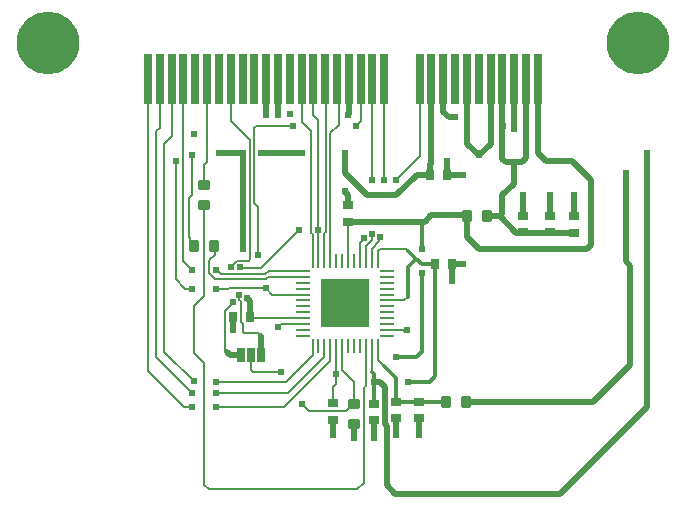
<source format=gtl>
G04*
G04 #@! TF.GenerationSoftware,Altium Limited,Altium Designer,22.7.1 (60)*
G04*
G04 Layer_Physical_Order=1*
G04 Layer_Color=255*
%FSLAX25Y25*%
%MOIN*%
G70*
G04*
G04 #@! TF.SameCoordinates,6B1A839A-61CB-4D6D-ABE2-456D9947CFF6*
G04*
G04*
G04 #@! TF.FilePolarity,Positive*
G04*
G01*
G75*
%ADD16C,0.00800*%
%ADD17C,0.01200*%
G04:AMPARAMS|DCode=19|XSize=39.37mil|YSize=35.43mil|CornerRadius=4.43mil|HoleSize=0mil|Usage=FLASHONLY|Rotation=270.000|XOffset=0mil|YOffset=0mil|HoleType=Round|Shape=RoundedRectangle|*
%AMROUNDEDRECTD19*
21,1,0.03937,0.02657,0,0,270.0*
21,1,0.03051,0.03543,0,0,270.0*
1,1,0.00886,-0.01329,-0.01526*
1,1,0.00886,-0.01329,0.01526*
1,1,0.00886,0.01329,0.01526*
1,1,0.00886,0.01329,-0.01526*
%
%ADD19ROUNDEDRECTD19*%
%ADD20R,0.02500X0.05000*%
%ADD21O,0.00984X0.04724*%
G04:AMPARAMS|DCode=22|XSize=39.37mil|YSize=35.43mil|CornerRadius=4.43mil|HoleSize=0mil|Usage=FLASHONLY|Rotation=0.000|XOffset=0mil|YOffset=0mil|HoleType=Round|Shape=RoundedRectangle|*
%AMROUNDEDRECTD22*
21,1,0.03937,0.02657,0,0,0.0*
21,1,0.03051,0.03543,0,0,0.0*
1,1,0.00886,0.01526,-0.01329*
1,1,0.00886,-0.01526,-0.01329*
1,1,0.00886,-0.01526,0.01329*
1,1,0.00886,0.01526,0.01329*
%
%ADD22ROUNDEDRECTD22*%
%ADD23O,0.04724X0.00984*%
%ADD24R,0.16142X0.16142*%
%ADD25R,0.03740X0.02953*%
%ADD26R,0.02953X0.03740*%
%ADD41C,0.02400*%
%ADD43R,0.02756X0.16535*%
%ADD44R,0.02756X0.16535*%
%ADD45C,0.00600*%
%ADD46C,0.02000*%
%ADD47C,0.20866*%
%ADD48C,0.01400*%
D16*
X379000Y306017D02*
Y336141D01*
X380526Y335175D01*
X375499Y287001D02*
Y302516D01*
X379000Y306017D01*
X375499Y287001D02*
X379000Y283500D01*
X387900Y315609D02*
X390047Y317757D01*
X387900Y315457D02*
Y315609D01*
X390047Y317757D02*
X393987D01*
X417142Y317575D02*
Y364646D01*
X394456Y318225D02*
Y336209D01*
X393987Y317757D02*
X394456Y318225D01*
X395415Y280500D02*
X404752D01*
X394677Y281238D02*
X395415Y280500D01*
X379000Y243000D02*
Y283500D01*
X419504Y327251D02*
Y378340D01*
X419110Y326857D02*
X419504Y327251D01*
X414700Y327047D02*
Y360922D01*
X419110Y317575D02*
Y326857D01*
X414700Y327047D02*
X415173Y326574D01*
Y317575D02*
Y326574D01*
X411516Y364106D02*
X414700Y360922D01*
X394611Y286163D02*
X394677Y286097D01*
Y281238D02*
Y286097D01*
X394256Y336409D02*
Y357880D01*
Y336409D02*
X394456Y336209D01*
X387894Y364243D02*
X394256Y357880D01*
X387894Y364243D02*
Y378454D01*
X428953Y269847D02*
Y277301D01*
X425016Y281238D02*
X428953Y277301D01*
X425016Y281238D02*
Y289425D01*
X394677Y298579D02*
X411925D01*
X440075Y304484D02*
X445819D01*
X447000Y305665D01*
X423047Y279918D02*
Y289425D01*
Y276547D02*
Y279918D01*
X380020Y350520D02*
Y378454D01*
X379000Y349500D02*
X380020Y350520D01*
X435138Y344772D02*
Y378454D01*
X439000Y344772D02*
Y378380D01*
X439075Y378454D01*
X450886Y352657D02*
Y378454D01*
X443000Y344772D02*
X450886Y352657D01*
X364272Y362089D02*
Y378454D01*
X363000Y360817D02*
X364272Y362089D01*
X363000Y285500D02*
Y360817D01*
X365772Y356720D02*
X368209Y359157D01*
Y378454D01*
X365772Y287228D02*
Y356720D01*
Y287228D02*
X375500Y277500D01*
X363000Y285500D02*
X375000Y273500D01*
X360335Y281084D02*
X372418Y269000D01*
X360335Y281084D02*
Y378454D01*
X369500Y311721D02*
Y350847D01*
Y311721D02*
X372800Y308421D01*
X375000D01*
X372146Y317492D02*
Y378454D01*
Y317492D02*
X375138Y314500D01*
X379000Y243000D02*
X380500Y241500D01*
X411516Y364106D02*
Y378454D01*
X415453Y366335D02*
Y378454D01*
Y366335D02*
X417142Y364646D01*
X419390Y378454D02*
X419504Y378340D01*
X421079Y360244D02*
X423835Y363000D01*
X421079Y317575D02*
Y360244D01*
X423835Y363000D02*
Y377946D01*
X423327Y378454D02*
X423835Y377946D01*
X379000Y342834D02*
Y349500D01*
X372418Y269000D02*
X375000D01*
X380500Y241500D02*
X430000D01*
X432278Y243778D01*
Y275500D01*
X432890Y276112D02*
Y289425D01*
X432278Y275500D02*
X432890Y276112D01*
X436827Y284673D02*
Y289425D01*
Y284673D02*
X439000Y282500D01*
X434858Y280780D02*
Y289425D01*
Y280780D02*
X435138Y280500D01*
X445598Y294402D02*
X446260D01*
X445358Y294642D02*
X445598Y294402D01*
X446260D02*
X446500Y294642D01*
X440075D02*
X445358D01*
X404752Y296610D02*
X411925D01*
X403642Y295500D02*
X404752Y296610D01*
X422000Y270256D02*
Y275500D01*
X423047Y276547D01*
X436827Y317575D02*
Y320827D01*
X437500Y321500D02*
X446500D01*
X436827Y320827D02*
X437500Y321500D01*
X426984Y317575D02*
Y330728D01*
X446500Y321500D02*
X447000Y321000D01*
X426984Y330728D02*
X427000Y330744D01*
D17*
X449772Y318228D02*
X451500Y316500D01*
X447000Y321000D02*
X449772Y318228D01*
X447000Y305665D02*
Y315457D01*
X449772Y318228D01*
X451500Y287228D02*
Y313500D01*
X456004Y279138D02*
Y316500D01*
X454166Y277301D02*
X456004Y279138D01*
X449772Y285500D02*
X451500Y287228D01*
Y321500D02*
Y330130D01*
X450886Y330744D02*
X451500Y330130D01*
X443000Y285500D02*
X449772D01*
X435719Y277301D02*
Y279918D01*
Y269973D02*
Y277301D01*
X447000D02*
X454166D01*
X450500Y270756D02*
X459654D01*
X443000D02*
X450500D01*
X439000Y282500D02*
X443000Y278500D01*
Y270756D02*
Y278500D01*
X435138Y280500D02*
X435719Y279918D01*
X451500Y316500D02*
X456004D01*
D19*
X375654Y322669D02*
D03*
X382347D02*
D03*
X466347Y270756D02*
D03*
X459654D02*
D03*
X466653Y332500D02*
D03*
X473347D02*
D03*
D20*
X391368Y286163D02*
D03*
X394611D02*
D03*
X397856D02*
D03*
D21*
X425016Y289425D02*
D03*
X436827Y317575D02*
D03*
X434858D02*
D03*
X432890D02*
D03*
X430921D02*
D03*
X428953D02*
D03*
X426984D02*
D03*
X425016D02*
D03*
X423047D02*
D03*
X421079D02*
D03*
X419110D02*
D03*
X417142D02*
D03*
X415173D02*
D03*
Y289425D02*
D03*
X417142D02*
D03*
X419110D02*
D03*
X421079D02*
D03*
X423047D02*
D03*
X426984D02*
D03*
X428953D02*
D03*
X430921D02*
D03*
X432890D02*
D03*
X434858D02*
D03*
X436827D02*
D03*
D22*
X428953Y269847D02*
D03*
X379000Y342834D02*
D03*
Y336141D02*
D03*
X428953Y263154D02*
D03*
D23*
X440075Y292673D02*
D03*
Y294642D02*
D03*
Y296610D02*
D03*
Y298579D02*
D03*
Y300547D02*
D03*
Y302516D02*
D03*
Y304484D02*
D03*
Y306453D02*
D03*
Y308421D02*
D03*
Y310390D02*
D03*
Y312358D02*
D03*
Y314327D02*
D03*
X411925D02*
D03*
Y312358D02*
D03*
Y310390D02*
D03*
Y308421D02*
D03*
Y306453D02*
D03*
Y304484D02*
D03*
Y302516D02*
D03*
Y300547D02*
D03*
Y298579D02*
D03*
Y296610D02*
D03*
Y294642D02*
D03*
Y292673D02*
D03*
D24*
X426000Y303500D02*
D03*
D25*
X502319Y332500D02*
D03*
Y326988D02*
D03*
X494319Y332756D02*
D03*
Y327244D02*
D03*
X485319Y332756D02*
D03*
Y327244D02*
D03*
X450500Y265244D02*
D03*
Y270756D02*
D03*
X443000Y265244D02*
D03*
Y270756D02*
D03*
X427000Y330744D02*
D03*
Y336256D02*
D03*
X422000Y270256D02*
D03*
Y264744D02*
D03*
X435719Y264462D02*
D03*
Y269973D02*
D03*
D26*
X454365Y346296D02*
D03*
X459877D02*
D03*
X461516Y316500D02*
D03*
X456004D02*
D03*
X388744Y299000D02*
D03*
X394256D02*
D03*
D41*
X375000Y352815D02*
D03*
X383000Y308421D02*
D03*
Y314500D02*
D03*
X419504Y309996D02*
D03*
X423835D02*
D03*
X428165D02*
D03*
X432496D02*
D03*
X419504Y305665D02*
D03*
X423835D02*
D03*
X428165D02*
D03*
X432496D02*
D03*
X419504Y301335D02*
D03*
X423835D02*
D03*
X428165D02*
D03*
X432496D02*
D03*
X419504Y297004D02*
D03*
X423835D02*
D03*
X428165D02*
D03*
X432496D02*
D03*
X461516Y311000D02*
D03*
X459877Y350847D02*
D03*
X443000Y259500D02*
D03*
X435719Y258500D02*
D03*
X428953Y258488D02*
D03*
X422000Y259500D02*
D03*
X482304Y361500D02*
D03*
X450500Y259500D02*
D03*
X478500Y362500D02*
D03*
X427000Y366335D02*
D03*
X454823Y356000D02*
D03*
X526500Y353744D02*
D03*
X470571Y352815D02*
D03*
X408500Y362508D02*
D03*
X411516Y353744D02*
D03*
X443000Y285500D02*
D03*
X426000Y353744D02*
D03*
X429500Y362500D02*
D03*
X375000Y308421D02*
D03*
X403642Y366335D02*
D03*
X443000Y344772D02*
D03*
X399500Y366335D02*
D03*
X451500Y321500D02*
D03*
X407500Y366500D02*
D03*
X369500Y350847D02*
D03*
X435138Y344772D02*
D03*
X439000D02*
D03*
X375499Y360000D02*
D03*
X432278Y325168D02*
D03*
X435719Y277301D02*
D03*
X403642Y295500D02*
D03*
X446500Y294642D02*
D03*
X375138Y314500D02*
D03*
X462500Y365500D02*
D03*
X502319Y339500D02*
D03*
X465362Y346296D02*
D03*
X447000Y277301D02*
D03*
X494319Y339500D02*
D03*
X383000Y277301D02*
D03*
X465362Y316500D02*
D03*
X451500Y313500D02*
D03*
X375000Y269000D02*
D03*
X375500Y277500D02*
D03*
X399500Y308500D02*
D03*
X392156Y321500D02*
D03*
X383000Y273500D02*
D03*
Y268862D02*
D03*
X423047Y279918D02*
D03*
X397856Y353744D02*
D03*
X391956D02*
D03*
X383957D02*
D03*
X519500Y346859D02*
D03*
X426000Y341000D02*
D03*
X437820Y325635D02*
D03*
X434934Y326766D02*
D03*
X485319Y339500D02*
D03*
X375000Y273500D02*
D03*
X388744Y294642D02*
D03*
X393374Y305291D02*
D03*
X396910Y319522D02*
D03*
X387900Y315457D02*
D03*
X391000D02*
D03*
X390500Y306453D02*
D03*
X410500Y328000D02*
D03*
X388720Y303915D02*
D03*
X417000Y328000D02*
D03*
X404752Y280500D02*
D03*
X411516Y269847D02*
D03*
D43*
X387894Y378454D02*
D03*
X380020D02*
D03*
X399705D02*
D03*
X372146D02*
D03*
X391831D02*
D03*
X383957D02*
D03*
X376083D02*
D03*
X368209D02*
D03*
X395768D02*
D03*
X411516D02*
D03*
X407579D02*
D03*
X403642D02*
D03*
X360335D02*
D03*
X490256D02*
D03*
X486319D02*
D03*
X458760D02*
D03*
X470571D02*
D03*
X482382D02*
D03*
X462697D02*
D03*
X478445D02*
D03*
X474508D02*
D03*
X466634D02*
D03*
X454823D02*
D03*
X450886D02*
D03*
X435138D02*
D03*
X415453D02*
D03*
X431201D02*
D03*
X423327D02*
D03*
X427264D02*
D03*
X439075D02*
D03*
D44*
X364272D02*
D03*
X419390D02*
D03*
D45*
X374000Y338481D02*
X375000Y339481D01*
X374000Y325635D02*
Y338481D01*
X375000Y339481D02*
Y352815D01*
X374000Y325635D02*
X374270Y325365D01*
Y324052D02*
X375654Y322669D01*
X374270Y324052D02*
Y325365D01*
X382504Y319522D02*
Y322511D01*
X382347Y322669D02*
X382504Y322511D01*
X380800Y317818D02*
X382504Y319522D01*
X380800Y313589D02*
Y317818D01*
X380968Y313257D02*
Y313420D01*
X380800Y313589D02*
X380968Y313420D01*
Y313257D02*
X382504Y311721D01*
X399765D01*
X400402Y312358D02*
X411925D01*
X399765Y311721D02*
X400402Y312358D01*
X386966Y308421D02*
X387198Y308653D01*
X383000Y308421D02*
X386966D01*
X383483Y314500D02*
X384727Y313257D01*
X399462D01*
X383000Y314500D02*
X383483D01*
X391082Y315375D02*
X397875D01*
X410500Y328000D01*
X396910Y319522D02*
Y335735D01*
X391000Y315457D02*
X391082Y315375D01*
X390800Y304754D02*
Y306153D01*
X390500Y306453D02*
X390800Y306153D01*
X400532Y314327D02*
X411925D01*
X399462Y313257D02*
X400532Y314327D01*
X388720Y303774D02*
Y303915D01*
X387198Y308653D02*
X392857D01*
X386000Y301055D02*
X388720Y303774D01*
X393009Y308500D02*
X399500D01*
X392857Y308653D02*
X393009Y308500D01*
X390800Y304754D02*
X391220Y304334D01*
Y297275D02*
Y304334D01*
Y297275D02*
X391831Y296665D01*
Y293851D02*
X392182Y293500D01*
X397029D01*
X391831Y293851D02*
Y296665D01*
X397029Y293500D02*
X397856Y292673D01*
X406311Y277301D02*
X415173Y286163D01*
X383000Y277301D02*
X406311D01*
X407000Y273500D02*
X419110Y285610D01*
X383000Y273500D02*
X407000D01*
X383000Y268862D02*
X405606D01*
X421079Y284335D01*
X386000Y287728D02*
X386500Y287228D01*
X386000Y287728D02*
Y301055D01*
X399500Y308500D02*
X401547Y306453D01*
X411925D01*
X411516Y269847D02*
X413862Y267500D01*
X426409D02*
X428756Y269847D01*
X413862Y267500D02*
X426409D01*
X428756Y269847D02*
X428953D01*
X419110Y285610D02*
Y289425D01*
X421079Y284335D02*
Y289425D01*
X415173Y286163D02*
Y289425D01*
X395656Y336989D02*
Y361977D01*
Y336989D02*
X396910Y335735D01*
X395656Y361977D02*
X396187Y362508D01*
X408500D01*
X429500Y362500D02*
X431201Y364201D01*
Y378454D01*
X437480Y324205D02*
Y325295D01*
X437820Y325635D01*
X434858Y321583D02*
X437480Y324205D01*
X434858Y317575D02*
Y321583D01*
X430921Y323555D02*
X432278Y324911D01*
X432890Y322669D02*
X434887Y324666D01*
X432278Y324911D02*
Y325168D01*
X434887Y324666D02*
Y326719D01*
X434934Y326766D01*
X430921Y317575D02*
Y323555D01*
X432890Y317575D02*
Y322669D01*
D46*
X393374Y305183D02*
Y305291D01*
X394256Y299000D02*
Y304301D01*
X393374Y305183D02*
X394256Y304301D01*
X397856Y286163D02*
Y292673D01*
X387565Y286163D02*
X391368D01*
X386500Y287228D02*
X387565Y286163D01*
X388744Y294642D02*
Y299000D01*
X392032Y353636D02*
X392141Y353744D01*
X392032Y353559D02*
Y353636D01*
Y353559D02*
X392156Y353436D01*
Y321500D02*
Y353436D01*
X383957Y353744D02*
X392156D01*
X397856D02*
X411516D01*
X470571Y352815D02*
X474508Y356752D01*
Y378454D01*
X519500Y317510D02*
Y346859D01*
X520892Y282892D02*
Y316118D01*
X508756Y270756D02*
X520892Y282892D01*
X519500Y317510D02*
X520892Y316118D01*
X460638Y365500D02*
X462500D01*
X458760Y367378D02*
X460638Y365500D01*
X458760Y367378D02*
Y378454D01*
X427000Y366335D02*
X427264Y366599D01*
Y378454D01*
X399500Y366335D02*
Y366500D01*
X399705Y366705D02*
Y378454D01*
X399500Y366500D02*
X399705Y366705D01*
X403642Y366335D02*
Y378454D01*
X490256Y353744D02*
X493000Y351000D01*
X490256Y353744D02*
Y378454D01*
X482343Y361539D02*
Y378415D01*
X483012Y326988D02*
X501925D01*
X484992Y350520D02*
X486319Y351847D01*
X482304Y361500D02*
X482343Y361539D01*
X478445Y351691D02*
Y378454D01*
X501437Y326500D02*
X501925Y326988D01*
X486319Y351847D02*
Y378454D01*
X482304Y350520D02*
X484992D01*
X482343Y378415D02*
X482382Y378454D01*
X426000Y340484D02*
X426984Y339500D01*
X426000Y340484D02*
Y341000D01*
X426984Y336272D02*
Y339500D01*
Y336272D02*
X427000Y336256D01*
X450886Y330744D02*
X452579D01*
X427000D02*
X450886D01*
X394256Y299000D02*
X394677Y298579D01*
X426000Y346859D02*
Y353744D01*
Y346859D02*
X433372Y339487D01*
X449889Y346296D02*
X454365D01*
X443081Y339487D02*
X449889Y346296D01*
X433372Y339487D02*
X443081D01*
X435719Y277301D02*
X437558D01*
X439290Y275569D01*
Y263204D02*
X439828Y262665D01*
Y242950D02*
Y262665D01*
Y242950D02*
X442778Y240000D01*
X439290Y263204D02*
Y275569D01*
X442778Y240000D02*
X497500D01*
X526500Y269000D02*
Y353744D01*
X497500Y240000D02*
X526500Y269000D01*
X466347Y270756D02*
X508756D01*
X454823Y356000D02*
Y378454D01*
Y350157D02*
Y356000D01*
X459877Y346296D02*
Y350847D01*
X466634Y356752D02*
Y378454D01*
Y356752D02*
X470571Y352815D01*
X459877Y346296D02*
X465362D01*
X466653Y325501D02*
X470571Y321583D01*
X461516Y316500D02*
X465362D01*
X454823Y332988D02*
X466165D01*
X466653Y325501D02*
Y332500D01*
X466165Y332988D02*
X466653Y332500D01*
X452579Y330744D02*
X454823Y332988D01*
X473347Y332500D02*
X477500D01*
X478445Y333445D02*
Y339500D01*
X477500Y332500D02*
X478445Y333445D01*
X477500Y332500D02*
X483012Y326988D01*
X479616Y350520D02*
X482304D01*
Y343359D02*
Y350520D01*
X478445Y339500D02*
X482304Y343359D01*
X478445Y351691D02*
X479616Y350520D01*
X493000Y351000D02*
X501772D01*
X508000Y344772D01*
Y323000D02*
Y344772D01*
X470571Y321583D02*
X506583D01*
X508000Y323000D01*
X501925Y326988D02*
X502319D01*
Y332500D02*
Y339500D01*
X494319Y332756D02*
Y339500D01*
X485319Y332756D02*
Y339500D01*
X461516Y311000D02*
Y316500D01*
X454166Y346495D02*
Y349500D01*
Y346495D02*
X454365Y346296D01*
X454166Y349500D02*
X454823Y350157D01*
X450500Y259500D02*
Y265244D01*
X443000Y259500D02*
Y265244D01*
X435719Y258500D02*
Y264462D01*
X428953Y258488D02*
Y263154D01*
X422000Y259500D02*
Y264744D01*
D47*
X326870Y390265D02*
D03*
X523721D02*
D03*
D48*
X332683Y384452D02*
D03*
X335091Y390265D02*
D03*
X332683Y396078D02*
D03*
X326870Y398486D02*
D03*
D03*
X321057Y396078D02*
D03*
X318649Y390265D02*
D03*
X321057Y384452D02*
D03*
X326870Y382045D02*
D03*
X529533Y384452D02*
D03*
X531941Y390265D02*
D03*
X529533Y396078D02*
D03*
X523721Y398486D02*
D03*
D03*
X517907Y396078D02*
D03*
X515500Y390265D02*
D03*
X517907Y384452D02*
D03*
X523721Y382045D02*
D03*
M02*

</source>
